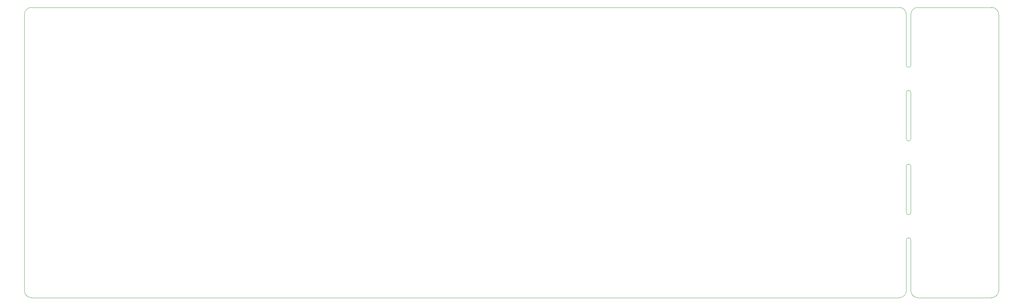
<source format=gm1>
G04 #@! TF.GenerationSoftware,KiCad,Pcbnew,(5.1.4-0)*
G04 #@! TF.CreationDate,2021-07-31T12:50:46-05:00*
G04 #@! TF.ProjectId,ori_top_plate,6f72695f-746f-4705-9f70-6c6174652e6b,rev?*
G04 #@! TF.SameCoordinates,Original*
G04 #@! TF.FileFunction,Profile,NP*
%FSLAX46Y46*%
G04 Gerber Fmt 4.6, Leading zero omitted, Abs format (unit mm)*
G04 Created by KiCad (PCBNEW (5.1.4-0)) date 2021-07-31 12:50:46*
%MOMM*%
%LPD*%
G04 APERTURE LIST*
%ADD10C,0.050000*%
G04 APERTURE END LIST*
D10*
X382786259Y-44053162D02*
X382786259Y-115490722D01*
X361950304Y-42267223D02*
X381000320Y-42267223D01*
X360164365Y-44053162D02*
X360164365Y-57150048D01*
X360164365Y-44053162D02*
G75*
G02X361950304Y-42267223I1785939J0D01*
G01*
X358973739Y-44053162D02*
X358973739Y-57150048D01*
X360164365Y-76200064D02*
X360164365Y-64293804D01*
X358973739Y-64293804D02*
X358973739Y-76200064D01*
X360164365Y-95250080D02*
X360164365Y-83343820D01*
X358973739Y-83343820D02*
X358973739Y-95250080D01*
X361950304Y-117276661D02*
X381000320Y-117276661D01*
X360164365Y-102393836D02*
X360164365Y-115490722D01*
X358973739Y-102393836D02*
X358973739Y-115490722D01*
X358973739Y-102393836D02*
G75*
G02X360164365Y-102393836I595313J0D01*
G01*
X360164365Y-95250080D02*
G75*
G02X358973739Y-95250080I-595313J0D01*
G01*
X358973739Y-83343820D02*
G75*
G02X360164365Y-83343820I595313J0D01*
G01*
X360164365Y-76200064D02*
G75*
G02X358973739Y-76200064I-595313J0D01*
G01*
X358973739Y-64293804D02*
G75*
G02X360164365Y-64293804I595313J0D01*
G01*
X360164365Y-57150048D02*
G75*
G02X358973739Y-57150048I-595313J0D01*
G01*
X131564173Y-44053162D02*
X131564173Y-115490722D01*
X131564173Y-44053162D02*
G75*
G02X133350112Y-42267223I1785939J0D01*
G01*
X133350112Y-117276661D02*
G75*
G02X131564173Y-115490722I0J1785939D01*
G01*
X358973739Y-115490722D02*
G75*
G02X357187800Y-117276661I-1785939J0D01*
G01*
X361950304Y-117276661D02*
G75*
G02X360164365Y-115490722I0J1785939D01*
G01*
X382786259Y-115490722D02*
G75*
G02X381000320Y-117276661I-1785939J0D01*
G01*
X381000320Y-42267223D02*
G75*
G02X382786259Y-44053162I0J-1785939D01*
G01*
X357187800Y-42267223D02*
G75*
G02X358973739Y-44053162I0J-1785939D01*
G01*
X357187800Y-117276661D02*
X133350112Y-117276661D01*
X133350112Y-42267223D02*
X357187800Y-42267223D01*
M02*

</source>
